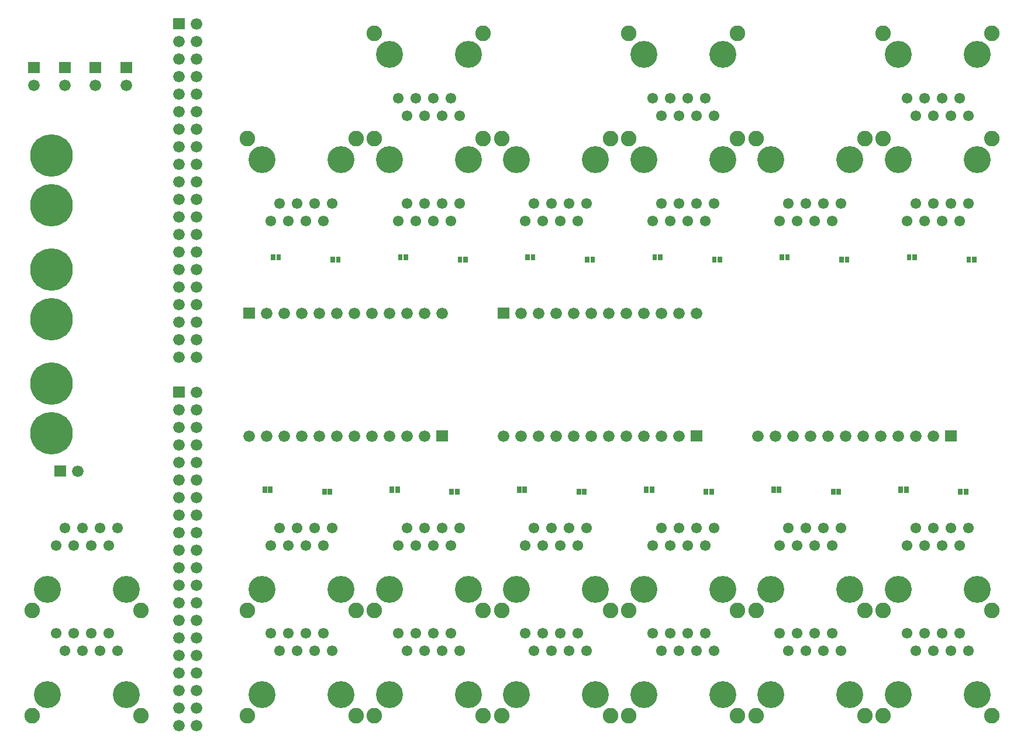
<source format=gbr>
G04 start of page 6 for group -4063 idx -4063 *
G04 Title: (unknown), componentmask *
G04 Creator: pcb 1.99z *
G04 CreationDate: Mon Aug 31 22:19:22 2015 UTC *
G04 For: commonadmin *
G04 Format: Gerber/RS-274X *
G04 PCB-Dimensions (mil): 5600.00 4300.00 *
G04 PCB-Coordinate-Origin: lower left *
%MOIN*%
%FSLAX25Y25*%
%LNTOPMASK*%
%ADD72R,0.0257X0.0257*%
%ADD71C,0.2422*%
%ADD70C,0.0001*%
%ADD69C,0.0660*%
%ADD68C,0.0887*%
%ADD67C,0.1536*%
%ADD66C,0.0611*%
G54D66*X147500Y127500D03*
X142500Y117500D03*
X152500D03*
G54D67*X137500Y92500D03*
G54D68*X128957Y80492D03*
G54D66*X157500Y127500D03*
X162500Y117500D03*
X172500D03*
X167500Y127500D03*
X177500D03*
G54D67*X182500Y92500D03*
G54D68*X190965Y80492D03*
G54D66*X215000Y117500D03*
G54D67*X210000Y92500D03*
G54D68*X201457Y80492D03*
G54D66*X215000Y67500D03*
X172500D03*
X177500Y57500D03*
X167500D03*
X157500D03*
X162500Y67500D03*
X152500D03*
X142500D03*
X147500Y57500D03*
G54D67*X182500Y32500D03*
X137500D03*
G54D68*X191043Y20492D03*
G54D67*X210000Y32500D03*
G54D68*X201535Y20492D03*
X129035D03*
G54D69*X210000Y180000D03*
X200000D03*
X190000D03*
X180000D03*
X170000D03*
X160000D03*
X150000D03*
X140000D03*
X130000D03*
G54D70*G36*
X126700Y253300D02*Y246700D01*
X133300D01*
Y253300D01*
X126700D01*
G37*
G54D69*X140000Y250000D03*
X150000D03*
X160000D03*
X170000D03*
X180000D03*
X190000D03*
X200000D03*
X210000D03*
G54D66*X172500Y302500D03*
X177500Y312500D03*
X167500D03*
X157500D03*
X162500Y302500D03*
X152500D03*
X142500D03*
X147500Y312500D03*
G54D67*X182500Y337500D03*
X137500D03*
G54D68*X129035Y349508D03*
X191043D03*
X201535D03*
G54D66*X235000Y302500D03*
X225000D03*
X215000D03*
X230000Y312500D03*
X220000D03*
G54D67*X210000Y337500D03*
G54D66*X220000Y362500D03*
X215000Y372500D03*
X225000D03*
G54D67*X210000Y397500D03*
G54D68*X201457Y409508D03*
G54D66*X230000Y362500D03*
X235000Y372500D03*
X240000Y362500D03*
X245000Y372500D03*
G54D67*X255000Y397500D03*
G54D68*X263465Y409508D03*
G54D66*X245000Y302500D03*
X250000Y312500D03*
X240000D03*
G54D67*X255000Y337500D03*
X282500D03*
G54D68*X263543Y349508D03*
X274035D03*
G54D66*X250000Y362500D03*
G54D70*G36*
X271700Y253300D02*Y246700D01*
X278300D01*
Y253300D01*
X271700D01*
G37*
G54D69*X220000Y250000D03*
X230000D03*
X240000D03*
X285000D03*
X295000D03*
X305000D03*
X315000D03*
X325000D03*
X335000D03*
X345000D03*
X355000D03*
X365000D03*
X375000D03*
X385000D03*
X32500Y160000D03*
G54D66*X25000Y127500D03*
X20000Y117500D03*
X30000D03*
X35000Y127500D03*
X40000Y117500D03*
X50000D03*
X45000Y127500D03*
X55000D03*
G54D67*X60000Y92500D03*
G54D68*X68465Y80492D03*
G54D66*X50000Y67500D03*
X40000D03*
G54D67*X15000Y92500D03*
G54D68*X6457Y80492D03*
G54D66*X30000Y67500D03*
X20000D03*
X55000Y57500D03*
X45000D03*
X35000D03*
X25000D03*
G54D67*X60000Y32500D03*
X15000D03*
G54D68*X68543Y20492D03*
X6535D03*
G54D70*G36*
X86700Y208300D02*Y201700D01*
X93300D01*
Y208300D01*
X86700D01*
G37*
G54D69*X100000Y205000D03*
Y195000D03*
Y185000D03*
X90000Y195000D03*
Y185000D03*
Y175000D03*
Y165000D03*
Y155000D03*
Y145000D03*
X100000Y175000D03*
Y165000D03*
Y155000D03*
Y145000D03*
X90000Y135000D03*
Y125000D03*
Y115000D03*
X100000Y135000D03*
Y125000D03*
Y115000D03*
Y105000D03*
Y95000D03*
Y85000D03*
X90000Y105000D03*
Y95000D03*
Y85000D03*
Y75000D03*
X100000D03*
X90000Y65000D03*
Y55000D03*
Y45000D03*
Y35000D03*
Y25000D03*
Y15000D03*
X100000Y65000D03*
Y55000D03*
Y45000D03*
Y35000D03*
Y25000D03*
Y15000D03*
G54D71*X17500Y210000D03*
Y181654D03*
Y246654D03*
G54D70*G36*
X19200Y163300D02*Y156700D01*
X25800D01*
Y163300D01*
X19200D01*
G37*
G54D71*X17500Y340000D03*
Y311654D03*
Y275000D03*
G54D70*G36*
X4200Y393300D02*Y386700D01*
X10800D01*
Y393300D01*
X4200D01*
G37*
G54D69*X7500Y380000D03*
G54D70*G36*
X21700Y393300D02*Y386700D01*
X28300D01*
Y393300D01*
X21700D01*
G37*
G54D69*X25000Y380000D03*
G54D70*G36*
X86700Y418300D02*Y411700D01*
X93300D01*
Y418300D01*
X86700D01*
G37*
G54D69*X90000Y405000D03*
Y395000D03*
X100000Y415000D03*
Y405000D03*
Y395000D03*
Y385000D03*
Y375000D03*
Y365000D03*
X90000Y385000D03*
Y375000D03*
Y365000D03*
Y355000D03*
G54D70*G36*
X56700Y393300D02*Y386700D01*
X63300D01*
Y393300D01*
X56700D01*
G37*
G54D69*X60000Y380000D03*
G54D70*G36*
X39200Y393300D02*Y386700D01*
X45800D01*
Y393300D01*
X39200D01*
G37*
G54D69*X42500Y380000D03*
X100000Y355000D03*
X90000Y345000D03*
Y335000D03*
Y325000D03*
X100000Y345000D03*
Y335000D03*
Y325000D03*
Y315000D03*
Y305000D03*
Y295000D03*
X90000Y315000D03*
Y305000D03*
Y295000D03*
Y285000D03*
X100000D03*
Y275000D03*
Y265000D03*
X90000Y275000D03*
Y265000D03*
Y255000D03*
Y245000D03*
Y235000D03*
Y225000D03*
X100000Y255000D03*
Y245000D03*
Y235000D03*
Y225000D03*
G54D66*X220000Y127500D03*
X230000D03*
X240000D03*
X250000D03*
X225000Y117500D03*
X235000D03*
X245000D03*
G54D67*X255000Y92500D03*
G54D68*X263465Y80492D03*
G54D66*X245000Y67500D03*
G54D67*X255000Y32500D03*
G54D68*X263543Y20492D03*
G54D66*X235000Y67500D03*
X225000D03*
X250000Y57500D03*
X240000D03*
X230000D03*
X220000D03*
X317500Y67500D03*
X322500Y57500D03*
X312500D03*
X302500D03*
X307500Y67500D03*
X297500D03*
X287500D03*
X292500Y57500D03*
G54D67*X327500Y32500D03*
X282500D03*
G54D68*X336043Y20492D03*
X274035D03*
G54D66*X360000Y117500D03*
G54D67*X355000Y92500D03*
G54D68*X346457Y80492D03*
G54D66*X292500Y127500D03*
X287500Y117500D03*
X297500D03*
X307500D03*
X302500Y127500D03*
X312500D03*
X322500D03*
X317500Y117500D03*
G54D67*X282500Y92500D03*
X327500D03*
G54D68*X273957Y80492D03*
X335965D03*
G54D66*X365000Y127500D03*
X375000D03*
X385000D03*
X395000D03*
G54D67*X400000Y92500D03*
G54D68*X408465Y80492D03*
G54D67*X427500Y92500D03*
G54D68*X418957Y80492D03*
G54D66*X370000Y117500D03*
X380000D03*
X390000D03*
X437500Y127500D03*
X447500D03*
X457500D03*
X467500D03*
X432500Y117500D03*
X442500D03*
X452500D03*
X462500D03*
G54D67*X472500Y92500D03*
G54D68*X480965Y80492D03*
G54D66*X462500Y67500D03*
X467500Y57500D03*
G54D67*X472500Y32500D03*
G54D68*X481043Y20492D03*
G54D66*X452500Y67500D03*
X457500Y57500D03*
X447500D03*
X442500Y67500D03*
X437500Y57500D03*
X432500Y67500D03*
G54D67*X427500Y32500D03*
G54D66*X390000Y67500D03*
X395000Y57500D03*
X385000D03*
X375000D03*
X380000Y67500D03*
X370000D03*
X360000D03*
X365000Y57500D03*
G54D67*X400000Y32500D03*
X355000D03*
G54D68*X408543Y20492D03*
X346535D03*
X419035D03*
G54D66*X540000Y127500D03*
G54D67*X545000Y92500D03*
G54D68*X553465Y80492D03*
G54D67*X545000Y32500D03*
G54D68*X553543Y20492D03*
G54D66*X505000Y117500D03*
G54D67*X500000Y92500D03*
G54D68*X491457Y80492D03*
G54D67*X500000Y32500D03*
G54D68*X491535Y20492D03*
G54D66*X535000Y67500D03*
X540000Y57500D03*
X530000D03*
X520000D03*
X510000D03*
X525000Y67500D03*
X515000D03*
X505000D03*
X510000Y127500D03*
X520000D03*
X530000D03*
X515000Y117500D03*
X525000D03*
X535000D03*
G54D70*G36*
X526700Y183300D02*Y176700D01*
X533300D01*
Y183300D01*
X526700D01*
G37*
G54D69*X520000Y180000D03*
X510000D03*
X500000D03*
X490000D03*
X480000D03*
X470000D03*
X460000D03*
X450000D03*
X440000D03*
X430000D03*
X420000D03*
G54D70*G36*
X381700Y183300D02*Y176700D01*
X388300D01*
Y183300D01*
X381700D01*
G37*
G54D69*X375000Y180000D03*
X365000D03*
X355000D03*
X345000D03*
X335000D03*
X325000D03*
X315000D03*
X305000D03*
X295000D03*
X285000D03*
X275000D03*
G54D70*G36*
X236700Y183300D02*Y176700D01*
X243300D01*
Y183300D01*
X236700D01*
G37*
G54D69*X230000Y180000D03*
X220000D03*
G54D66*X317500Y302500D03*
X307500D03*
X297500D03*
X287500D03*
X322500Y312500D03*
G54D67*X327500Y337500D03*
G54D68*X336043Y349508D03*
G54D66*X312500Y312500D03*
X302500D03*
X292500D03*
X390000Y302500D03*
X380000D03*
X370000D03*
X360000D03*
X395000Y312500D03*
X385000D03*
X375000D03*
X365000D03*
X462500Y302500D03*
X467500Y312500D03*
X457500D03*
X452500Y302500D03*
X442500D03*
X432500D03*
X447500Y312500D03*
X437500D03*
G54D67*X472500Y337500D03*
X427500D03*
G54D68*X419035Y349508D03*
X481043D03*
G54D67*X500000Y337500D03*
G54D68*X491535Y349508D03*
G54D66*X535000Y302500D03*
X525000D03*
X515000D03*
X505000D03*
X540000Y312500D03*
G54D67*X545000Y337500D03*
G54D68*X553543Y349508D03*
G54D66*X540000Y362500D03*
G54D67*X545000Y397500D03*
G54D68*X553465Y409508D03*
G54D66*X530000Y312500D03*
Y362500D03*
X525000Y372500D03*
X535000D03*
X520000Y312500D03*
Y362500D03*
X510000Y312500D03*
Y362500D03*
X505000Y372500D03*
X515000D03*
G54D67*X500000Y397500D03*
G54D68*X491457Y409508D03*
G54D67*X400000Y337500D03*
X355000D03*
G54D68*X408543Y349508D03*
X346535D03*
G54D66*X365000Y362500D03*
X360000Y372500D03*
X370000D03*
X375000Y362500D03*
X385000D03*
X395000D03*
X380000Y372500D03*
X390000D03*
G54D67*X355000Y397500D03*
G54D68*X346457Y409508D03*
G54D67*X400000Y397500D03*
G54D68*X408465Y409508D03*
G54D72*X356526Y149767D02*Y148981D01*
X359674Y149767D02*Y148981D01*
X390552Y148443D02*Y147657D01*
X393700Y148443D02*Y147657D01*
X429026Y149767D02*Y148981D01*
X432174Y149767D02*Y148981D01*
X463052Y148443D02*Y147657D01*
X466200Y148443D02*Y147657D01*
X501526Y149767D02*Y148981D01*
X504674Y149767D02*Y148981D01*
X535552Y148443D02*Y147657D01*
X538700Y148443D02*Y147657D01*
X398474Y281019D02*Y280233D01*
X395326Y281019D02*Y280233D01*
X364448Y282343D02*Y281557D01*
X361300Y282343D02*Y281557D01*
X470974Y281019D02*Y280233D01*
X467826Y281019D02*Y280233D01*
X436948Y282343D02*Y281557D01*
X433800Y282343D02*Y281557D01*
X543474Y281019D02*Y280233D01*
X540326Y281019D02*Y280233D01*
X509448Y282343D02*Y281557D01*
X506300Y282343D02*Y281557D01*
X245552Y148443D02*Y147657D01*
X248700Y148443D02*Y147657D01*
X284026Y149767D02*Y148981D01*
X287174Y149767D02*Y148981D01*
X318052Y148443D02*Y147657D01*
X321200Y148443D02*Y147657D01*
X139026Y149767D02*Y148981D01*
X142174Y149767D02*Y148981D01*
X173052Y148443D02*Y147657D01*
X176200Y148443D02*Y147657D01*
X211526Y149767D02*Y148981D01*
X214674Y149767D02*Y148981D01*
X180974Y281019D02*Y280233D01*
X146948Y282343D02*Y281557D01*
X143800Y282343D02*Y281557D01*
X177826Y281019D02*Y280233D01*
X219448Y282343D02*Y281557D01*
X216300Y282343D02*Y281557D01*
X253474Y281019D02*Y280233D01*
X250326Y281019D02*Y280233D01*
X291948Y282343D02*Y281557D01*
X288800Y282343D02*Y281557D01*
X325974Y281019D02*Y280233D01*
X322826Y281019D02*Y280233D01*
M02*

</source>
